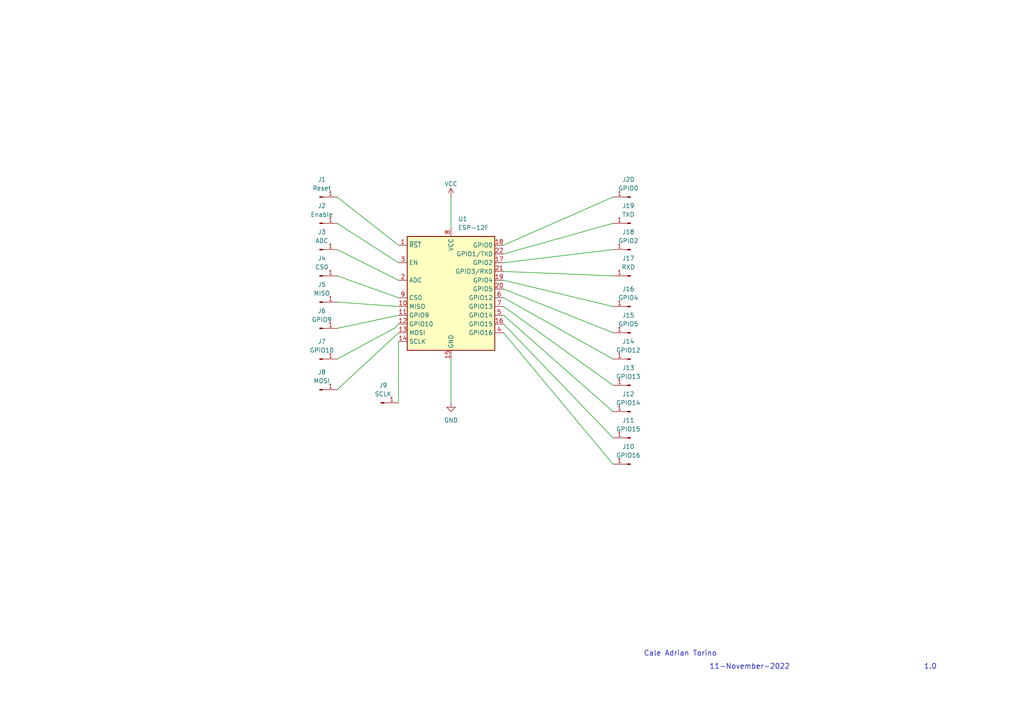
<source format=kicad_sch>
(kicad_sch (version 20211123) (generator eeschema)
  (paper "A4")
  (lib_symbols
    (symbol "Connector:Conn_01x01_Male" (pin_names (offset 1.016) hide)
      (property "Reference" "J" (at 0 2.54 0))
      (property "Value" "Conn_01x01_Male" (at 0 -2.54 0))
      (symbol "Conn_01x01_Male_1_1"
        (polyline (pts (xy 1.27 0) (xy 0.8636 0)) (stroke (width 0.1524)))
        (rectangle (start 0.8636 0.127) (end 0 -0.127) (stroke (width 0.1524)) (fill (type outline)))
        (pin passive line (at 5.08 0 180) (length 3.81) (name "Pin_1") (number "1"))
      )
    )
    (symbol "RF_Module:ESP-12F"
      (property "Reference" "U" (at -12.7 19.05 0))
      (property "Value" "ESP-12F" (at 12.7 19.05 0))
      (symbol "ESP-12F_0_1"
        (rectangle (start -12.7 17.78) (end 12.7 -15.24) (stroke (width 0.254)) (fill (type background)))
      )
      (symbol "ESP-12F_1_1"
        (pin input line (at -15.24 15.24 0) (length 2.54) (name "~{RST}") (number "1"))
        (pin bidirectional line (at -15.24 -2.54 0) (length 2.54) (name "MISO") (number "10"))
        (pin bidirectional line (at -15.24 -5.08 0) (length 2.54) (name "GPIO9") (number "11"))
        (pin bidirectional line (at -15.24 -7.62 0) (length 2.54) (name "GPIO10") (number "12"))
        (pin bidirectional line (at -15.24 -10.16 0) (length 2.54) (name "MOSI") (number "13"))
        (pin bidirectional line (at -15.24 -12.7 0) (length 2.54) (name "SCLK") (number "14"))
        (pin power_in line (at 0 -17.78 90) (length 2.54) (name "GND") (number "15"))
        (pin bidirectional line (at 15.24 -7.62 180) (length 2.54) (name "GPIO15") (number "16"))
        (pin bidirectional line (at 15.24 10.16 180) (length 2.54) (name "GPIO2") (number "17"))
        (pin bidirectional line (at 15.24 15.24 180) (length 2.54) (name "GPIO0") (number "18"))
        (pin bidirectional line (at 15.24 5.08 180) (length 2.54) (name "GPIO4") (number "19"))
        (pin input line (at -15.24 5.08 0) (length 2.54) (name "ADC") (number "2"))
        (pin bidirectional line (at 15.24 2.54 180) (length 2.54) (name "GPIO5") (number "20"))
        (pin bidirectional line (at 15.24 7.62 180) (length 2.54) (name "GPIO3/RXD") (number "21"))
        (pin bidirectional line (at 15.24 12.7 180) (length 2.54) (name "GPIO1/TXD") (number "22"))
        (pin input line (at -15.24 10.16 0) (length 2.54) (name "EN") (number "3"))
        (pin bidirectional line (at 15.24 -10.16 180) (length 2.54) (name "GPIO16") (number "4"))
        (pin bidirectional line (at 15.24 -5.08 180) (length 2.54) (name "GPIO14") (number "5"))
        (pin bidirectional line (at 15.24 0 180) (length 2.54) (name "GPIO12") (number "6"))
        (pin bidirectional line (at 15.24 -2.54 180) (length 2.54) (name "GPIO13") (number "7"))
        (pin power_in line (at 0 20.32 270) (length 2.54) (name "VCC") (number "8"))
        (pin input line (at -15.24 0 0) (length 2.54) (name "CS0") (number "9"))
      )
    )
    (symbol "power:GND" (power) (pin_names (offset 0))
      (property "Value" "GND" (at 0 -3.81 0))
      (symbol "GND_0_1"
        (polyline (pts (xy 0 0) (xy 0 -1.27) (xy 1.27 -1.27) (xy 0 -2.54) (xy -1.27 -1.27) (xy 0 -1.27)))
      )
      (symbol "GND_1_1"
        (pin power_in line (at 0 0 270) (length 0) hide (name "GND") (number "1"))
      )
    )
    (symbol "power:VCC" (power) (pin_names (offset 0))
      (property "Value" "VCC" (at 0 3.81 0))
      (symbol "VCC_0_1"
        (polyline (pts (xy -0.762 1.27) (xy 0 2.54)))
        (polyline (pts (xy 0 0) (xy 0 2.54)))
        (polyline (pts (xy 0 2.54) (xy 0.762 1.27)))
      )
      (symbol "VCC_1_1"
        (pin power_in line (at 0 0 90) (length 0) hide (name "VCC") (number "1"))
      )
    )
  )
  (wire (pts (xy 115.57 71.12) (xy 97.79 57.15)))
  (wire (pts (xy 146.05 81.28) (xy 177.8 88.9)))
  (wire (pts (xy 146.05 83.82) (xy 177.8 96.52)))
  (wire (pts (xy 97.79 113.03) (xy 115.57 96.52)))
  (wire (pts (xy 97.79 64.77) (xy 115.57 76.2)))
  (wire (pts (xy 146.05 88.9) (xy 177.8 111.76)))
  (wire (pts (xy 146.05 93.98) (xy 177.8 127)))
  (wire (pts (xy 97.79 104.14) (xy 114.3 95.25)))
  (wire (pts (xy 97.79 87.63) (xy 115.57 88.9)))
  (wire (pts (xy 130.81 57.15) (xy 130.81 66.04)))
  (wire (pts (xy 146.05 86.36) (xy 177.8 104.14)))
  (wire (pts (xy 97.79 72.39) (xy 115.57 81.28)))
  (wire (pts (xy 130.81 104.14) (xy 130.81 116.84)))
  (wire (pts (xy 146.05 71.12) (xy 177.8 57.15)))
  (wire (pts (xy 146.05 73.66) (xy 177.8 64.77)))
  (wire (pts (xy 146.05 91.44) (xy 177.8 119.38)))
  (wire (pts (xy 114.3 95.25) (xy 115.57 93.98)))
  (wire (pts (xy 146.05 78.74) (xy 177.8 80.01)))
  (wire (pts (xy 115.57 116.84) (xy 115.57 99.06)))
  (wire (pts (xy 97.79 80.01) (xy 115.57 86.36)))
  (wire (pts (xy 146.05 76.2) (xy 177.8 72.39)))
  (wire (pts (xy 146.05 96.52) (xy 177.8 134.62)))
  (wire (pts (xy 97.79 95.25) (xy 115.57 91.44)))
  (text "1.0" (at 267.97 194.31 0) (effects (font (size 1.5 1.5)) (justify left bottom)))
  (text "11-November-2022" (at 205.74 194.31 0) (effects (font (size 1.5 1.5)) (justify left bottom)))
  (text "Cale Adrian Torino" (at 186.69 190.5 0) (effects (font (size 1.5 1.5)) (justify left bottom)))
  (symbol (lib_id "Connector:Conn_01x01_Male") (at 92.71 95.25 0) (unit 1)
    (property "Reference" "J6" (at 93.345 90.17 0))
    (property "Value" "GPIO9" (at 93.345 92.71 0))
  )
  (symbol (lib_id "Connector:Conn_01x01_Male") (at 182.88 57.15 180) (unit 1)
    (property "Reference" "J20" (at 182.245 52.07 0))
    (property "Value" "GPIO0" (at 182.245 54.61 0))
  )
  (symbol (lib_id "Connector:Conn_01x01_Male") (at 182.88 88.9 180) (unit 1)
    (property "Reference" "J16" (at 182.245 83.82 0))
    (property "Value" "GPIO4" (at 182.245 86.36 0))
  )
  (symbol (lib_id "Connector:Conn_01x01_Male") (at 110.49 116.84 0) (unit 1)
    (property "Reference" "J9" (at 111.125 111.76 0))
    (property "Value" "SCLK" (at 111.125 114.3 0))
  )
  (symbol (lib_id "power:GND") (at 130.81 116.84 0) (unit 1)
    (property "Reference" "#PWR0102" (effects hide))
    (property "Value" "GND" (at 130.81 121.92 0))
  )
  (symbol (lib_id "Connector:Conn_01x01_Male") (at 92.71 104.14 0) (unit 1)
    (property "Reference" "J7" (at 93.345 99.06 0))
    (property "Value" "GPIO10" (at 93.345 101.6 0))
  )
  (symbol (lib_id "Connector:Conn_01x01_Male") (at 182.88 64.77 180) (unit 1)
    (property "Reference" "J19" (at 182.245 59.69 0))
    (property "Value" "TXD" (at 182.245 62.23 0))
  )
  (symbol (lib_id "Connector:Conn_01x01_Male") (at 182.88 80.01 180) (unit 1)
    (property "Reference" "J17" (at 182.245 74.93 0))
    (property "Value" "RXD" (at 182.245 77.47 0))
  )
  (symbol (lib_id "RF_Module:ESP-12F") (at 130.81 86.36 0) (unit 1)
    (property "Reference" "U1" (at 132.8294 63.5 0) (effects (justify left)))
    (property "Value" "ESP-12F" (at 132.8294 66.04 0) (effects (justify left)))
    (property "Footprint" "RF_Module:ESP-12E" (effects hide))
    (property "Datasheet" "http://wiki.ai-thinker.com/_media/esp8266/esp8266_series_modules_user_manual_v1.1.pdf" (effects hide))
  )
  (symbol (lib_id "Connector:Conn_01x01_Male") (at 92.71 72.39 0) (unit 1)
    (property "Reference" "J3" (at 93.345 67.31 0))
    (property "Value" "ADC" (at 93.345 69.85 0))
  )
  (symbol (lib_id "Connector:Conn_01x01_Male") (at 182.88 111.76 180) (unit 1)
    (property "Reference" "J13" (at 182.245 106.68 0))
    (property "Value" "GPIO13" (at 182.245 109.22 0))
  )
  (symbol (lib_id "Connector:Conn_01x01_Male") (at 182.88 104.14 180) (unit 1)
    (property "Reference" "J14" (at 182.245 99.06 0))
    (property "Value" "GPIO12" (at 182.245 101.6 0))
  )
  (symbol (lib_id "Connector:Conn_01x01_Male") (at 92.71 113.03 0) (unit 1)
    (property "Reference" "J8" (at 93.345 107.95 0))
    (property "Value" "MOSI" (at 93.345 110.49 0))
  )
  (symbol (lib_id "Connector:Conn_01x01_Male") (at 182.88 134.62 180) (unit 1)
    (property "Reference" "J10" (at 182.245 129.54 0))
    (property "Value" "GPIO16" (at 182.245 132.08 0))
  )
  (symbol (lib_id "Connector:Conn_01x01_Male") (at 92.71 80.01 0) (unit 1)
    (property "Reference" "J4" (at 93.345 74.93 0))
    (property "Value" "CS0" (at 93.345 77.47 0))
  )
  (symbol (lib_id "Connector:Conn_01x01_Male") (at 182.88 119.38 180) (unit 1)
    (property "Reference" "J12" (at 182.245 114.3 0))
    (property "Value" "GPIO14" (at 182.245 116.84 0))
  )
  (symbol (lib_id "Connector:Conn_01x01_Male") (at 92.71 57.15 0) (unit 1)
    (property "Reference" "J1" (at 93.345 52.07 0))
    (property "Value" "Reset" (at 93.345 54.61 0))
  )
  (symbol (lib_id "Connector:Conn_01x01_Male") (at 182.88 72.39 180) (unit 1)
    (property "Reference" "J18" (at 182.245 67.31 0))
    (property "Value" "GPIO2" (at 182.245 69.85 0))
  )
  (symbol (lib_id "Connector:Conn_01x01_Male") (at 92.71 64.77 0) (unit 1)
    (property "Reference" "J2" (at 93.345 59.69 0))
    (property "Value" "Enable" (at 93.345 62.23 0))
  )
  (symbol (lib_id "Connector:Conn_01x01_Male") (at 182.88 96.52 180) (unit 1)
    (property "Reference" "J15" (at 182.245 91.44 0))
    (property "Value" "GPIO5" (at 182.245 93.98 0))
  )
  (symbol (lib_id "Connector:Conn_01x01_Male") (at 92.71 87.63 0) (unit 1)
    (property "Reference" "J5" (at 93.345 82.55 0))
    (property "Value" "MISO" (at 93.345 85.09 0))
  )
  (symbol (lib_id "power:VCC") (at 130.81 57.15 0) (unit 1)
    (property "Reference" "#PWR0101" (effects hide))
    (property "Value" "VCC" (at 130.81 53.34 0))
  )
  (symbol (lib_id "Connector:Conn_01x01_Male") (at 182.88 127 180) (unit 1)
    (property "Reference" "J11" (at 182.245 121.92 0))
    (property "Value" "GPIO15" (at 182.245 124.46 0))
  )
)
</source>
